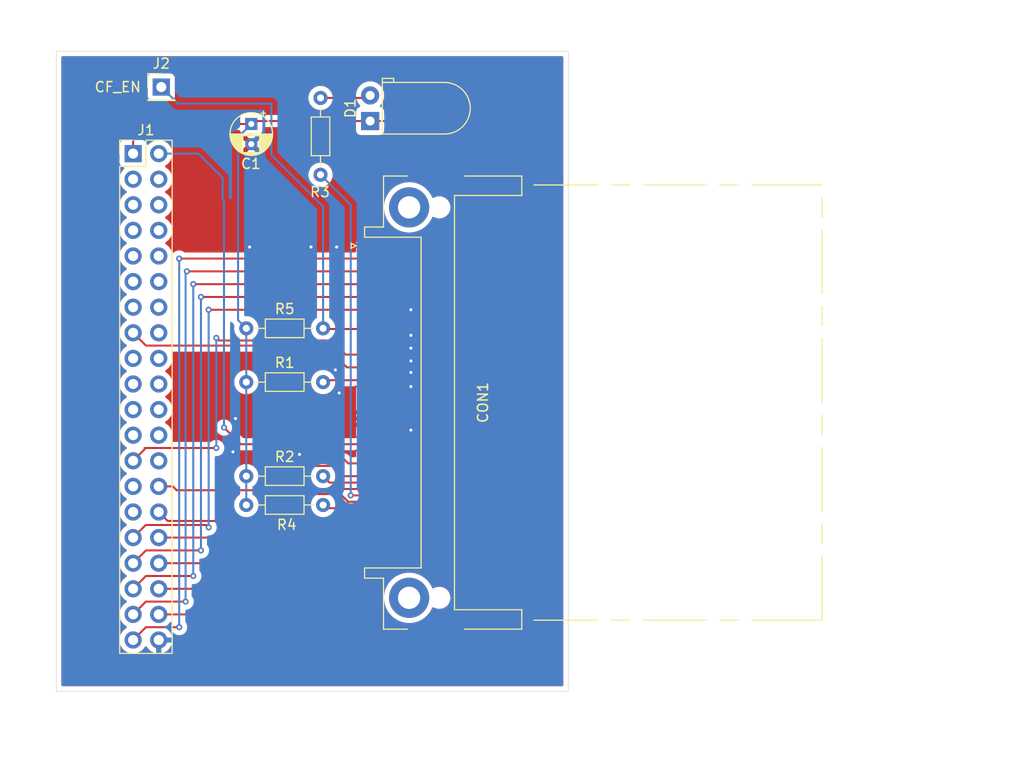
<source format=kicad_pcb>
(kicad_pcb (version 20240108) (generator "pcbnew") (generator_version "8.0")
  (layers (0 "F.Cu" signal) (31 "B.Cu" signal) (34 "B.Paste" user) (35 "F.Paste" user) (36 "B.SilkS" user "B.Silkscreen") (37 "F.SilkS" user "F.Silkscreen") (38 "B.Mask" user) (39 "F.Mask" user) (44 "Edge.Cuts" user))
  (net 0 "")
  (net 1 "VCC")
  (net 2 "GND")
  (net 3 "Net-(D1-A)")
  (net 6 "/D6")
  (net 11 "/A2")
  (net 19 "/D4")
  (net 20 "/~{RD}")
  (net 22 "/~{WR}")
  (net 23 "/A1")
  (net 24 "/D2")
  (net 25 "/~{RST}")
  (net 26 "/D7")
  (net 29 "/D3")
  (net 30 "/D0")
  (net 32 "/D5")
  (net 35 "/E")
  (net 37 "/D1")
  (net 39 "/A0")
  (net 42 "Net-(CON1A-{slash}WE)")
  (net 43 "Net-(CON1A-{slash}REG)")
  (net 44 "Net-(CON1A-{slash}DASP)")
  (net 45 "Net-(CON1A-{slash}PDIAG)")
  (net 46 "/~{CF_EN}")
  (footprint "Resistor_THT:R_Axial_DIN0204_L3.6mm_D1.6mm_P7.62mm_Horizontal" (layer "F.Cu") (at 76.506 90.424)
    (property "Reference" "R2" (at 3.81 -1.92 0) (layer "F.SilkS"))
    (property "Value" "4k7" (hide yes))
    (fp_line (start 0.94 0) (end 1.89 0) (stroke (width 0.12)) (layer "F.SilkS"))
    (fp_line (start 1.89 -0.92) (end 1.89 0.92) (stroke (width 0.12)) (layer "F.SilkS"))
    (fp_line (start 1.89 0.92) (end 5.73 0.92) (stroke (width 0.12)) (layer "F.SilkS"))
    (fp_line (start 5.73 -0.92) (end 1.89 -0.92) (stroke (width 0.12)) (layer "F.SilkS"))
    (fp_line (start 5.73 0.92) (end 5.73 -0.92) (stroke (width 0.12)) (layer "F.SilkS"))
    (fp_line (start 6.68 0) (end 5.73 0) (stroke (width 0.12)) (layer "F.SilkS"))
    (pad "1" thru_hole circle (at 0 0) (size 1.4 1.4) (drill 0.7) (layers "*.Cu" "*.Mask") (net 1 "VCC"))
    (pad "2" thru_hole oval (at 7.62 0) (size 1.4 1.4) (drill 0.7) (layers "*.Cu" "*.Mask") (net 43 "Net-(CON1A-{slash}REG)"))
  )
  (footprint "Resistor_THT:R_Axial_DIN0204_L3.6mm_D1.6mm_P7.62mm_Horizontal" (layer "F.Cu") (at 83.872 52.898 -90)
    (property "Reference" "R3" (at 9.332 0.052 180) (layer "F.SilkS"))
    (property "Value" "4k7" (hide yes))
    (fp_line (start 1.89 0.92) (end 5.73 0.92) (stroke (width 0.12)) (layer "F.SilkS"))
    (fp_line (start 5.73 0.92) (end 5.73 -0.92) (stroke (width 0.12)) (layer "F.SilkS"))
    (fp_line (start 0.94 0) (end 1.89 0) (stroke (width 0.12)) (layer "F.SilkS"))
    (fp_line (start 6.68 0) (end 5.73 0) (stroke (width 0.12)) (layer "F.SilkS"))
    (fp_line (start 1.89 -0.92) (end 1.89 0.92) (stroke (width 0.12)) (layer "F.SilkS"))
    (fp_line (start 5.73 -0.92) (end 1.89 -0.92) (stroke (width 0.12)) (layer "F.SilkS"))
    (pad "1" thru_hole circle (at 0 0 270) (size 1.4 1.4) (drill 0.7) (layers "*.Cu" "*.Mask") (net 3 "Net-(D1-A)"))
    (pad "2" thru_hole oval (at 7.62 0 270) (size 1.4 1.4) (drill 0.7) (layers "*.Cu" "*.Mask") (net 44 "Net-(CON1A-{slash}DASP)"))
  )
  (footprint "Resistor_THT:R_Axial_DIN0204_L3.6mm_D1.6mm_P7.62mm_Horizontal" (layer "F.Cu") (at 76.506 81.092)
    (property "Reference" "R1" (at 3.81 -1.92 0) (layer "F.SilkS"))
    (property "Value" "4k7" (hide yes))
    (fp_line (start 0.94 0) (end 1.89 0) (stroke (width 0.12)) (layer "F.SilkS"))
    (fp_line (start 1.89 -0.92) (end 1.89 0.92) (stroke (width 0.12)) (layer "F.SilkS"))
    (fp_line (start 1.89 0.92) (end 5.73 0.92) (stroke (width 0.12)) (layer "F.SilkS"))
    (fp_line (start 5.73 -0.92) (end 1.89 -0.92) (stroke (width 0.12)) (layer "F.SilkS"))
    (fp_line (start 5.73 0.92) (end 5.73 -0.92) (stroke (width 0.12)) (layer "F.SilkS"))
    (fp_line (start 6.68 0) (end 5.73 0) (stroke (width 0.12)) (layer "F.SilkS"))
    (pad "1" thru_hole circle (at 0 0) (size 1.4 1.4) (drill 0.7) (layers "*.Cu" "*.Mask") (net 1 "VCC"))
    (pad "2" thru_hole oval (at 7.62 0) (size 1.4 1.4) (drill 0.7) (layers "*.Cu" "*.Mask") (net 42 "Net-(CON1A-{slash}WE)"))
  )
  (footprint "LED_THT:LED_D5.0mm_Horizontal_O1.27mm_Z3.0mm_Clear" (layer "F.Cu") (at 88.795 55.189 90)
    (property "Reference" "D1" (at 1.27 -1.96 270) (layer "F.SilkS"))
    (property "Value" "LED")
    (fp_line (start 2.54 1.08) (end 2.54 1.08) (stroke (width 0.12)) (layer "F.SilkS"))
    (fp_line (start 2.54 1.08) (end 2.54 1.21) (stroke (width 0.12)) (layer "F.SilkS"))
    (fp_line (start 0 1.08) (end 0 1.08) (stroke (width 0.12)) (layer "F.SilkS"))
    (fp_line (start 0 1.08) (end 0 1.21) (stroke (width 0.12)) (layer "F.SilkS"))
    (fp_line (start 4.23 1.21) (end 4.23 2.33) (stroke (width 0.12)) (layer "F.SilkS"))
    (fp_line (start 3.83 1.21) (end 4.23 1.21) (stroke (width 0.12)) (layer "F.SilkS"))
    (fp_line (start 3.83 1.21) (end 3.83 7.37) (stroke (width 0.12)) (layer "F.SilkS"))
    (fp_line (start 2.54 1.21) (end 2.54 1.08) (stroke (width 0.12)) (layer "F.SilkS"))
    (fp_line (start 2.54 1.21) (end 2.54 1.21) (stroke (width 0.12)) (layer "F.SilkS"))
    (fp_line (start 0 1.21) (end 0 1.08) (stroke (width 0.12)) (layer "F.SilkS"))
    (fp_line (start 0 1.21) (end 0 1.21) (stroke (width 0.12)) (layer "F.SilkS"))
    (fp_line (start -1.29 1.21) (end 3.83 1.21) (stroke (width 0.12)) (layer "F.SilkS"))
    (fp_line (start -1.29 1.21) (end -1.29 7.37) (stroke (width 0.12)) (layer "F.SilkS"))
    (fp_line (start 4.23 2.33) (end 3.83 2.33) (stroke (width 0.12)) (layer "F.SilkS"))
    (fp_line (start 3.83 2.33) (end 3.83 1.21) (stroke (width 0.12)) (layer "F.SilkS"))
    (fp_arc (start 3.83 7.37) (mid 1.27 9.93) (end -1.29 7.37) (stroke (width 0.12)) (layer "F.SilkS"))
    (pad "1" thru_hole rect (at 0 0 90) (size 1.8 1.8) (drill 0.9) (layers "*.Cu" "*.Mask") (net 1 "VCC"))
    (pad "2" thru_hole circle (at 2.54 0 90) (size 1.8 1.8) (drill 0.9) (layers "*.Cu" "*.Mask") (net 3 "Net-(D1-A)"))
  )
  (footprint "Resistor_THT:R_Axial_DIN0204_L3.6mm_D1.6mm_P7.62mm_Horizontal" (layer "F.Cu") (at 76.506 93.284)
    (property "Reference" "R4" (at 4.012 1.966 0) (layer "F.SilkS"))
    (property "Value" "4k7" (hide yes))
    (fp_line (start 0.94 0) (end 1.89 0) (stroke (width 0.12)) (layer "F.SilkS"))
    (fp_line (start 1.89 -0.92) (end 1.89 0.92) (stroke (width 0.12)) (layer "F.SilkS"))
    (fp_line (start 1.89 0.92) (end 5.73 0.92) (stroke (width 0.12)) (layer "F.SilkS"))
    (fp_line (start 5.73 -0.92) (end 1.89 -0.92) (stroke (width 0.12)) (layer "F.SilkS"))
    (fp_line (start 5.73 0.92) (end 5.73 -0.92) (stroke (width 0.12)) (layer "F.SilkS"))
    (fp_line (start 6.68 0) (end 5.73 0) (stroke (width 0.12)) (layer "F.SilkS"))
    (pad "1" thru_hole circle (at 0 0) (size 1.4 1.4) (drill 0.7) (layers "*.Cu" "*.Mask") (net 1 "VCC"))
    (pad "2" thru_hole oval (at 7.62 0) (size 1.4 1.4) (drill 0.7) (layers "*.Cu" "*.Mask") (net 45 "Net-(CON1A-{slash}PDIAG)"))
  )
  (footprint "Capacitor_THT:CP_Radial_D4.0mm_P2.00mm" (layer "F.Cu") (at 77.002599 55.481399 -90)
    (property "Reference" "C1" (at 3.954601 0.040599 180) (layer "F.SilkS"))
    (property "Value" "C_Polarized" (hide yes))
    (fp_line (start 1.2 0.84) (end 1.2 2.071) (stroke (width 0.12)) (layer "F.SilkS"))
    (fp_line (start 1.24 0.84) (end 1.24 2.067) (stroke (width 0.12)) (layer "F.SilkS"))
    (fp_line (start 1.28 0.84) (end 1.28 2.062) (stroke (width 0.12)) (layer "F.SilkS"))
    (fp_line (start 1.32 0.84) (end 1.32 2.056) (stroke (width 0.12)) (layer "F.SilkS"))
    (fp_line (start 1.36 0.84) (end 1.36 2.05) (stroke (width 0.12)) (layer "F.SilkS"))
    (fp_line (start 1.4 0.84) (end 1.4 2.042) (stroke (width 0.12)) (layer "F.SilkS"))
    (fp_line (start 1.44 0.84) (end 1.44 2.034) (stroke (width 0.12)) (layer "F.SilkS"))
    (fp_line (start 1.48 0.84) (end 1.48 2.025) (stroke (width 0.12)) (layer "F.SilkS"))
    (fp_line (start 1.52 0.84) (end 1.52 2.016) (stroke (width 0.12)) (layer "F.SilkS"))
    (fp_line (start 1.56 0.84) (end 1.56 2.005) (stroke (width 0.12)) (layer "F.SilkS"))
    (fp_line (start 1.6 0.84) (end 1.6 1.994) (stroke (width 0.12)) (layer "F.SilkS"))
    (fp_line (start 1.64 0.84) (end 1.64 1.982) (stroke (width 0.12)) (layer "F.SilkS"))
    (fp_line (start 1.68 0.84) (end 1.68 1.968) (stroke (width 0.12)) (layer "F.SilkS"))
    (fp_line (start 1.721 0.84) (end 1.721 1.954) (stroke (width 0.12)) (layer "F.SilkS"))
    (fp_line (start 1.761 0.84) (end 1.761 1.94) (stroke (width 0.12)) (layer "F.SilkS"))
    (fp_line (start 1.801 0.84) (end 1.801 1.924) (stroke (width 0.12)) (layer "F.SilkS"))
    (fp_line (start 1.841 0.84) (end 1.841 1.907) (stroke (width 0.12)) (layer "F.SilkS"))
    (fp_line (start 1.881 0.84) (end 1.881 1.889) (stroke (width 0.12)) (layer "F.SilkS"))
    (fp_line (start 1.921 0.84) (end 1.921 1.87) (stroke (width 0.12)) (layer "F.SilkS"))
    (fp_line (start 1.961 0.84) (end 1.961 1.851) (stroke (width 0.12)) (layer "F.SilkS"))
    (fp_line (start 2.001 0.84) (end 2.001 1.83) (stroke (width 0.12)) (layer "F.SilkS"))
    (fp_line (start 2.041 0.84) (end 2.041 1.808) (stroke (width 0.12)) (layer "F.SilkS"))
    (fp_line (start 2.081 0.84) (end 2.081 1.785) (stroke (width 0.12)) (layer "F.SilkS"))
    (fp_line (start 2.121 0.84) (end 2.121 1.76) (stroke (width 0.12)) (layer "F.SilkS"))
    (fp_line (start 2.161 0.84) (end 2.161 1.735) (stroke (width 0.12)) (layer "F.SilkS"))
    (fp_line (start 2.201 0.84) (end 2.201 1.708) (stroke (width 0.12)) (layer "F.SilkS"))
    (fp_line (start 2.241 0.84) (end 2.241 1.68) (stroke (width 0.12)) (layer "F.SilkS"))
    (fp_line (start 2.281 0.84) (end 2.281 1.65) (stroke (width 0.12)) (layer "F.SilkS"))
    (fp_line (start 2.321 0.84) (end 2.321 1.619) (stroke (width 0.12)) (layer "F.SilkS"))
    (fp_line (start 2.361 0.84) (end 2.361 1.587) (stroke (width 0.12)) (layer "F.SilkS"))
    (fp_line (start 2.401 0.84) (end 2.401 1.552) (stroke (width 0.12)) (layer "F.SilkS"))
    (fp_line (start 2.441 0.84) (end 2.441 1.516) (stroke (width 0.12)) (layer "F.SilkS"))
    (fp_line (start 2.481 0.84) (end 2.481 1.478) (stroke (width 0.12)) (layer "F.SilkS"))
    (fp_line (start 2.521 0.84) (end 2.521 1.438) (stroke (width 0.12)) (layer "F.SilkS"))
    (fp_line (start 2.561 0.84) (end 2.561 1.396) (stroke (width 0.12)) (layer "F.SilkS"))
    (fp_line (start 2.601 0.84) (end 2.601 1.351) (stroke (width 0.12)) (layer "F.SilkS"))
    (fp_line (start 2.641 0.84) (end 2.641 1.304) (stroke (width 0.12)) (layer "F.SilkS"))
    (fp_line (start 2.681 0.84) (end 2.681 1.254) (stroke (width 0.12)) (layer "F.SilkS"))
    (fp_line (start 2.721 0.84) (end 2.721 1.2) (stroke (width 0.12)) (layer "F.SilkS"))
    (fp_line (start 2.761 0.84) (end 2.761 1.142) (stroke (width 0.12)) (layer "F.SilkS"))
    (fp_line (start 2.801 0.84) (end 2.801 1.08) (stroke (width 0.12)) (layer "F.SilkS"))
    (fp_line (start 3.081 -0.37) (end 3.081 0.37) (stroke (width 0.12)) (layer "F.SilkS"))
    (fp_line (start 3.041 -0.537) (end 3.041 0.537) (stroke (width 0.12)) (layer "F.SilkS"))
    (fp_line (start 3.001 -0.664) (end 3.001 0.664) (stroke (width 0.12)) (layer "F.SilkS"))
    (fp_line (start 2.961 -0.768) (end 2.961 0.768) (stroke (width 0.12)) (layer "F.SilkS"))
    (fp_line (start 2.921 -0.859) (end 2.921 0.859) (stroke (width 0.12)) (layer "F.SilkS"))
    (fp_line (start 2.881 -0.94) (end 2.881 0.94) (stroke (width 0.12)) (layer "F.SilkS"))
    (fp_line (start 2.841 -1.013) (end 2.841 1.013) (stroke (width 0.12)) (layer "F.SilkS"))
    (fp_line (start 2.801 -1.08) (end 2.801 -0.84) (stroke (width 0.12)) (layer "F.SilkS"))
    (fp_line (start 2.761 -1.142) (end 2.761 -0.84) (stroke (width 0.12)) (layer "F.SilkS"))
    (fp_line (start -1.269801 -1.195) (end -0.869801 -1.195) (stroke (width 0.12)) (layer "F.SilkS"))
    (fp_line (start 2.721 -1.2) (end 2.721 -0.84) (stroke (width 0.12)) (layer "F.SilkS"))
    (fp_line (start 2.681 -1.254) (end 2.681 -0.84) (stroke (width 0.12)) (layer "F.SilkS"))
    (fp_line (start 2.641 -1.304) (end 2.641 -0.84) (stroke (width 0.12)) (layer "F.SilkS"))
    (fp_line (start 2.601 -1.351) (end 2.601 -0.84) (stroke (width 0.12)) (layer "F.SilkS"))
    (fp_line (start -1.069801 -1.395) (end -1.069801 -0.995) (stroke (width 0.12)) (layer "F.SilkS"))
    (fp_line (start 2.561 -1.396) (end 2.561 -0.84) (stroke (width 0.12)) (layer "F.SilkS"))
    (fp_line (start 2.521 -1.438) (end 2.521 -0.84) (stroke (width 0.12)) (layer "F.SilkS"))
    (fp_line (start 2.481 -1.478) (end 2.481 -0.84) (stroke (width 0.12)) (layer "F.SilkS"))
    (fp_line (start 2.441 -1.516) (end 2.441 -0.84) (stroke (width 0.12)) (layer "F.SilkS"))
    (fp_line (start 2.401 -1.552) (end 2.401 -0.84) (stroke (width 0.12)) (layer "F.SilkS"))
    (fp_line (start 2.361 -1.587) (end 2.361 -0.84) (stroke (width 0.12)) (layer "F.SilkS"))
    (fp_line (start 2.321 -1.619) (end 2.321 -0.84) (stroke (width 0.12)) (layer "F.SilkS"))
    (fp_line (start 2.281 -1.65) (end 2.281 -0.84) (stroke (width 0.12)) (layer "F.SilkS"))
    (fp_line (start 2.241 -1.68) (end 2.241 -0.84) (stroke (width 0.12)) (layer "F.SilkS"))
    (fp_line (start 2.201 -1.708) (end 2.201 -0.84) (stroke (width 0.12)) (layer "F.SilkS"))
    (fp_line (start 2.161 -1.735) (end 2.161 -0.84) (stroke (width 0.12)) (layer "F.SilkS"))
    (fp_line (start 2.121 -1.76) (end 2.121 -0.84) (stroke (width 0.12)) (layer "F.SilkS"))
    (fp_line (start 2.081 -1.785) (end 2.081 -0.84) (stroke (width 0.12)) (layer "F.SilkS"))
    (fp_line (start 2.041 -1.808) (end 2.041 -0.84) (stroke (width 0.12)) (layer "F.SilkS"))
    (fp_line (start 2.001 -1.83) (end 2.001 -0.84) (stroke (width 0.12)) (layer "F.SilkS"))
    (fp_line (start 1.961 -1.851) (end 1.961 -0.84) (stroke (width 0.12)) (layer "F.SilkS"))
    (fp_line (start 1.921 -1.87) (end 1.921 -0.84) (stroke (width 0.12)) (layer "F.SilkS"))
    (fp_line (start 1.881 -1.889) (end 1.881 -0.84) (stroke (width 0.12)) (layer "F.SilkS"))
    (fp_line (start 1.841 -1.907) (end 1.841 -0.84) (stroke (width 0.12)) (layer "F.SilkS"))
    (fp_line (start 1.801 -1.924) (end 1.801 -0.84) (stroke (width 0.12)) (layer "F.SilkS"))
    (fp_line (start 1.761 -1.94) (end 1.761 -0.84) (stroke (width 0.12)) (layer "F.SilkS"))
    (fp_line (start 1.721 -1.954) (end 1.721 -0.84) (stroke (width 0.12)) (layer "F.SilkS"))
    (fp_line (start 1.68 -1.968) (end 1.68 -0.84) (stroke (width 0.12)) (layer "F.SilkS"))
    (fp_line (start 1.64 -1.982) (end 1.64 -0.84) (stroke (width 0.12)) (layer "F.SilkS"))
    (fp_line (start 1.6 -1.994) (end 1.6 -0.84) (stroke (width 0.12)) (layer "F.SilkS"))
    (fp_line (start 1.56 -2.005) (end 1.56 -0.84) (stroke (width 0.12)) (layer "F.SilkS"))
    (fp_line (start 1.52 -2.016) (end 1.52 -0.84) (stroke (width 0.12)) (layer "F.SilkS"))
    (fp_line (start 1.48 -2.025) (end 1.48 -0.84) (stroke (width 0.12)) (layer "F.SilkS"))
    (fp_line (start 1.44 -2.034) (end 1.44 -0.84) (stroke (width 0.12)) (layer "F.SilkS"))
    (fp_line (start 1.4 -2.042) (end 1.4 -0.84) (stroke (width 0.12)) (layer "F.SilkS"))
    (fp_line (start 1.36 -2.05) (end 1.36 -0.84) (stroke (width 0.12)) (layer "F.SilkS"))
    (fp_line (start 1.32 -2.056) (end 1.32 -0.84) (stroke (width 0.12)) (layer "F.SilkS"))
    (fp_line (start 1.28 -2.062) (end 1.28 -0.84) (stroke (width 0.12)) (layer "F.SilkS"))
    (fp_line (start 1.24 -2.067) (end 1.24 -0.84) (stroke (width 0.12)) (layer "F.SilkS"))
    (fp_line (start 1.2 -2.071) (end 1.2 -0.84) (stroke (width 0.12)) (layer "F.SilkS"))
    (fp_line (start 1.16 -2.074) (end 1.16 2.074) (stroke (width 0.12)) (layer "F.SilkS"))
    (fp_line (start 1.12 -2.077) (end 1.12 2.077) (stroke (width 0.12)) (layer "F.SilkS"))
    (fp_line (start 1.08 -2.079) (end 1.08 2.079) (stroke (width 0.12)) (layer "F.SilkS"))
    (fp_line (start 1 -2.08) (end 1 2.08) (stroke (width 0.12)) (layer "F.SilkS"))
    (fp_line (start 1.04 -2.08) (end 1.04 2.08) (stroke (width 0.12)) (layer "F.SilkS"))
    (fp_circle (center 1 0) (end 3.12 0) (stroke (width 0.12)) (fill none) (layer "F.SilkS"))
    (pad "1" thru_hole rect (at 0 0 270) (size 1.2 1.2) (drill 0.6) (layers "*.Cu" "*.Mask") (net 1 "VCC"))
    (pad "2" thru_hole circle (at 2 0 270) (size 1.2 1.2) (drill 0.6) (layers "*.Cu" "*.Mask") (net 2 "GND"))
  )
  (footprint "kicad-lib:CF-Card_3M_N7E50-7516PK-20-WF" (layer "F.Cu") (at 92.762 83.124)
    (property "Reference" "CON1" (at 7.22 0 90) (layer "F.SilkS"))
    (property "Value" "CF-CARD")
    (fp_line (start -5.85 -15.81) (end -5.85 -15.31) (stroke (width 0.12)) (layer "F.SilkS"))
    (fp_line (start -5.85 -15.31) (end -5.35 -15.56) (stroke (width 0.12)) (layer "F.SilkS"))
    (fp_line (start -5.35 -15.56) (end -5.85 -15.81) (stroke (width 0.12)) (layer "F.SilkS"))
    (fp_line (start -4.52 -17.42) (end -2.64 -17.42) (stroke (width 0.12)) (layer "F.SilkS"))
    (fp_line (start -4.52 -16.41) (end -4.52 -17.42) (stroke (width 0.12)) (layer "F.SilkS"))
    (fp_line (start -4.52 16.41) (end 1.09 16.41) (stroke (width 0.12)) (layer "F.SilkS"))
    (fp_line (start -4.52 17.42) (end -4.52 16.41) (stroke (width 0.12)) (layer "F.SilkS"))
    (fp_line (start -2.64 -22.48) (end -0.28 -22.48) (stroke (width 0.12)) (layer "F.SilkS"))
    (fp_line (start -2.64 -17.42) (end -2.64 -22.48) (stroke (width 0.12)) (layer "F.SilkS"))
    (fp_line (start -2.64 17.42) (end -4.52 17.42) (stroke (width 0.12)) (layer "F.SilkS"))
    (fp_line (start -2.64 22.48) (end -2.64 17.42) (stroke (width 0.12)) (layer "F.SilkS"))
    (fp_line (start -0.28 22.48) (end -2.64 22.48) (stroke (width 0.12)) (layer "F.SilkS"))
    (fp_line (start 1.09 -16.41) (end -4.52 -16.41) (stroke (width 0.12)) (layer "F.SilkS"))
    (fp_line (start 1.09 16.41) (end 1.09 -16.41) (stroke (width 0.12)) (layer "F.SilkS"))
    (fp_line (start 4.4 -20.55) (end 11.08 -20.55) (stroke (width 0.12)) (layer "F.SilkS"))
    (fp_line (start 4.4 20.55) (end 4.4 -20.55) (stroke (width 0.12)) (layer "F.SilkS"))
    (fp_line (start 5.41 22.48) (end 11.08 22.48) (stroke (width 0.12)) (layer "F.SilkS"))
    (fp_line (start 11.08 -22.48) (end 5.41 -22.48) (stroke (width 0.12)) (layer "F.SilkS"))
    (fp_line (start 11.08 -20.55) (end 11.08 -22.48) (stroke (width 0.12)) (layer "F.SilkS"))
    (fp_line (start 11.08 20.55) (end 4.4 20.55) (stroke (width 0.12)) (layer "F.SilkS"))
    (fp_line (start 11.08 22.48) (end 11.08 20.55) (stroke (width 0.12)) (layer "F.SilkS"))
    (fp_line (start 12.3 -21.59) (end 18.65 -21.59) (stroke (width 0.12)) (layer "F.SilkS"))
    (fp_line (start 12.3 21.59) (end 18.65 21.59) (stroke (width 0.12)) (layer "F.SilkS"))
    (fp_line (start 19.92 -21.59) (end 21.82 -21.59) (stroke (width 0.12)) (layer "F.SilkS"))
    (fp_line (start 19.92 21.59) (end 21.82 21.59) (stroke (width 0.12)) (layer "F.SilkS"))
    (fp_line (start 23.09 -21.59) (end 29.44 -21.59) (stroke (width 0.12)) (layer "F.SilkS"))
    (fp_line (start 23.09 21.59) (end 29.44 21.59) (stroke (width 0.12)) (layer "F.SilkS"))
    (fp_line (start 30.71 -21.59) (end 32.62 -21.59) (stroke (width 0.12)) (layer "F.SilkS"))
    (fp_line (start 30.71 21.59) (end 32.62 21.59) (stroke (width 0.12)) (layer "F.SilkS"))
    (fp_line (start 33.89 -21.59) (end 40.87 -21.59) (stroke (width 0.12)) (layer "F.SilkS"))
    (fp_line (start 33.89 21.59) (end 40.87 21.59) (stroke (width 0.12)) (layer "F.SilkS"))
    (fp_line (start 40.87 -18.41) (end 40.87 -20.32) (stroke (width 0.12)) (layer "F.SilkS"))
    (fp_line (start 40.87 -10.79) (end 40.87 -17.14) (stroke (width 0.12)) (layer "F.SilkS"))
    (fp_line (start 40.87 -7.62) (end 40.87 -9.53) (stroke (width 0.12)) (layer "F.SilkS"))
    (fp_line (start 40.87 0) (end 40.87 -6.35) (stroke (width 0.12)) (layer "F.SilkS"))
    (fp_line (start 40.87 3.17) (end 40.87 1.27) (stroke (width 0.12)) (layer "F.SilkS"))
    (fp_line (start 40.87 10.79) (end 40.87 4.45) (stroke (width 0.12)) (layer "F.SilkS"))
    (fp_line (start 40.87 13.97) (end 40.87 12.06) (stroke (width 0.12)) (layer "F.SilkS"))
    (fp_line (start 40.87 21.59) (end 40.87 15.24) (stroke (width 0.12)) (layer "F.SilkS"))
    (pad "" thru_hole circle (at -0.1 -19.37 90) (size 3.99 3.99) (drill 2.21) (layers "*.Cu" "*.Mask"))
    (pad "" thru_hole circle (at -0.1 19.37 90) (size 3.99 3.99) (drill 2.21) (layers "*.Cu" "*.Mask"))
    (pad "" smd rect (at 2.57 -23.34 90) (size 2.49 4.57) (layers "F.Cu" "F.Paste" "F.Mask"))
    (pad "" smd rect (at 2.57 23.34 90) (size 2.49 4.57) (layers "F.Cu" "F.Paste" "F.Mask"))
    (pad "" np_thru_hole circle (at 2.9 -19.37 90) (size 1.7 1.7) (drill 1.7) (layers "*.Cu" "*.Mask"))
    (pad "" np_thru_hole circle (at 2.9 19.37 90) (size 1.7 1.7) (drill 1.7) (layers "*.Cu" "*.Mask"))
    (pad "1" smd rect (at -3.1 -15.56 90) (size 0.41 3.51) (layers "F.Cu" "F.Paste" "F.Mask") (net 2 "GND"))
    (pad "2" smd rect (at -3.1 -14.29 90) (size 0.41 3.51) (layers "F.Cu" "F.Paste" "F.Mask") (net 29 "/D3"))
    (pad "3" smd rect (at -3.1 -13.02 90) (size 0.41 3.51) (layers "F.Cu" "F.Paste" "F.Mask") (net 19 "/D4"))
    (pad "4" smd rect (at -3.1 -11.75 90) (size 0.41 3.51) (layers "F.Cu" "F.Paste" "F.Mask") (net 32 "/D5"))
    (pad "5" smd rect (at -3.1 -10.48 90) (size 0.41 3.51) (layers "F.Cu" "F.Paste" "F.Mask") (net 6 "/D6"))
    (pad "6" smd rect (at -3.1 -9.21 90) (size 0.41 3.51) (layers "F.Cu" "F.Paste" "F.Mask") (net 26 "/D7"))
    (pad "7" smd rect (at -3.1 -7.94 90) (size 0.41 3.51) (layers "F.Cu" "F.Paste" "F.Mask") (net 1 "VCC"))
    (pad "8" smd rect (at -3.1 -6.67 90) (size 0.41 3.51) (layers "F.Cu" "F.Paste" "F.Mask") (net 2 "GND"))
    (pad "9" smd rect (at -3.1 -5.4 90) (size 0.41 3.51) (layers "F.Cu" "F.Paste" "F.Mask") (net 2 "GND"))
    (pad "10" smd rect (at -3.1 -4.13 90) (size 0.41 3.51) (layers "F.Cu" "F.Paste" "F.Mask") (net 2 "GND"))
    (pad "11" smd rect (at -3.1 -2.86 90) (size 0.41 3.51) (layers "F.Cu" "F.Paste" "F.Mask") (net 2 "GND"))
    (pad "12" smd rect (at -3.1 -1.59 90) (size 0.41 3.51) (layers "F.Cu" "F.Paste" "F.Mask") (net 2 "GND"))
    (pad "13" smd rect (at -3.1 -0.32 90) (size 0.41 3.51) (layers "F.Cu" "F.Paste" "F.Mask") (net 1 "VCC"))
    (pad "14" smd rect (at -3.1 0.95 90) (size 0.41 3.51) (layers "F.Cu" "F.Paste" "F.Mask") (net 2 "GND"))
    (pad "15" smd rect (at -3.1 2.22 90) (size 0.41 3.51) (layers "F.Cu" "F.Paste" "F.Mask") (net 2 "GND"))
    (pad "16" smd rect (at -3.1 3.49 90) (size 0.41 3.51) (layers "F.Cu" "F.Paste" "F.Mask") (net 2 "GND"))
    (pad "17" smd rect (at -3.1 4.76 90) (size 0.41 3.51) (layers "F.Cu" "F.Paste" "F.Mask") (net 2 "GND"))
    (pad "18" smd rect (at -3.1 6.03 90) (size 0.41 3.51) (layers "F.Cu" "F.Paste" "F.Mask") (net 11 "/A2"))
    (pad "19" smd rect (at -3.1 7.3 90) (size 0.41 3.51) (layers "F.Cu" "F.Paste" "F.Mask") (net 23 "/A1"))
    (pad "20" smd rect (at -3.1 8.57 90) (size 0.41 3.51) (layers "F.Cu" "F.Paste" "F.Mask") (net 39 "/A0"))
    (pad "21" smd rect (at -3.1 9.84 90) (size 0.41 3.51) (layers "F.Cu" "F.Paste" "F.Mask") (net 30 "/D0"))
    (pad "22" smd rect (at -3.1 11.11 90) (size 0.41 3.51) (layers "F.Cu" "F.Paste" "F.Mask") (net 37 "/D1"))
    (pad "23" smd rect (at -3.1 12.38 90) (size 0.41 3.51) (layers "F.Cu" "F.Paste" "F.Mask") (net 24 "/D2"))
    (pad "24" smd rect (at -3.1 13.65 90) (size 0.41 3.51) (layers "F.Cu" "F.Paste" "F.Mask"))
    (pad "25" smd rect (at -3.1 14.92 90) (size 0.41 3.51) (layers "F.Cu" "F.Paste" "F.Mask"))
    (pad "26" smd rect (at -3.1 -14.92 90) (size 0.41 3.51) (layers "F.Cu" "F.Paste" "F.Mask"))
    (pad "27" smd rect (at -3.1 -13.65 90) (size 0.41 3.51) (layers "F.Cu" "F.Paste" "F.Mask"))
    (pad "28" smd rect (at -3.1 -12.38 90) (size 0.41 3.51) (layers "F.Cu" "F.Paste" "F.Mask"))
    (pad "29" smd rect (at -3.1 -11.11 90) (size 0.41 3.51) (layers "F.Cu" "F.Paste" "F.Mask"))
    (pad "30" smd rect (at -3.1 -9.84 90) (size 0.41 3.51) (layers "F.Cu" "F.Paste" "F.Mask"))
    (pad "31" smd rect (at -3.1 -8.57 90) (size 0.41 3.51) (layers "F.Cu" "F.Paste" "F.Mask"))
    (pad "32" smd rect (at -3.1 -7.3 90) (size 0.41 3.51) (layers "F.Cu" "F.Paste" "F.Mask") (net 46 "/~{CF_EN}"))
    (pad "33" smd rect (at -3.1 -6.03 90) (size 0.41 3.51) (layers "F.Cu" "F.Paste" "F.Mask"))
    (pad "34" smd rect (at -3.1 -4.76 90) (size 0.41 3.51) (layers "F.Cu" "F.Paste" "F.Mask") (net 20 "/~{RD}"))
    (pad "35" smd rect (at -3.1 -3.49 90) (size 0.41 3.51) (layers "F.Cu" "F.Paste" "F.Mask") (net 22 "/~{WR}"))
    (pad "36" smd rect (at -3.1 -2.22 90) (size 0.41 3.51) (layers "F.Cu" "F.Paste" "F.Mask") (net 42 "Net-(CON1A-{slash}WE)"))
    (pad "37" smd rect (at -3.1 -0.95 90) (size 0.41 3.51) (layers "F.Cu" "F.Paste" "F.Mask"))
    (pad "38" smd rect (at -3.1 0.32 90) (size 0.41 3.51) (layers "F.Cu" "F.Paste" "F.Mask") (net 1 "VCC"))
    (pad "39" smd rect (at -3.1 1.59 90) (size 0.41 3.51) (layers "F.Cu" "F.Paste" "F.Mask") (net 2 "GND"))
    (pad "40" smd rect (at -3.1 2.86 90) (size 0.41 3.51) (layers "F.Cu" "F.Paste" "F.Mask"))
    (pad "41" smd rect (at -3.1 4.13 90) (size 0.41 3.51) (layers "F.Cu" "F.Paste" "F.Mask") (net 25 "/~{RST}"))
    (pad "42" smd rect (at -3.1 5.4 90) (size 0.41 3.51) (layers "F.Cu" "F.Paste" "F.Mask"))
    (pad "43" smd rect (at -3.1 6.67 90) (size 0.41 3.51) (layers "F.Cu" "F.Paste" "F.Mask"))
    (pad "44" smd rect (at -3.1 7.94 90) (size 0.41 3.51) (layers "F.Cu" "F.Paste" "F.Mask") (net 43 "Net-(CON1A-{slash}REG)"))
    (pad "45" smd rect (at -3.1 9.21 90) (size 0.41 3.51) (layers "F.Cu" "F.Paste" "F.Mask") (net 44 "Net-(CON1A-{slash}DASP)"))
    (pad "46" smd rect (at -3.1 10.48 90) (size 0.41 3.51) (layers "F.Cu" "F.Paste" "F.Mask") (net 45 "Net-(CON1A-{slash}PDIAG)"))
    (pad "47" smd rect (at -3.1 11.75 90) (size 0.41 3.51) (layers "F.Cu" "F.Paste" "F.Mask"))
    (pad "48" smd rect (at -3.1 13.02 90) (size 0.41 3.51) (layers "F.Cu" "F.Paste" "F.Mask"))
    (pad "49" smd rect (at -3.1 14.29 90) (size 0.41 3.51) (layers "F.Cu" "F.Paste" "F.Mask"))
    (pad "50" smd rect (at -3.1 15.56 90) (size 0.41 3.51) (layers "F.Cu" "F.Paste" "F.Mask") (net 2 "GND"))
  )
  (footprint "Connector_PinHeader_2.54mm:PinHeader_1x01_P2.54mm_Vertical" (layer "F.Cu") (at 68.072 51.816)
    (property "Reference" "J2" (at 0 -2.33 0) (layer "F.SilkS"))
    (property "Value" "CF_EN" (at -4.318 0 0) (layer "F.SilkS"))
    (fp_line (start -1.33 -1.33) (end 0 -1.33) (stroke (width 0.12)) (layer "F.SilkS"))
    (fp_line (start -1.33 0) (end -1.33 -1.33) (stroke (width 0.12)) (layer "F.SilkS"))
    (fp_line (start -1.33 1.27) (end -1.33 1.33) (stroke (width 0.12)) (layer "F.SilkS"))
    (fp_line (start -1.33 1.27) (end 1.33 1.27) (stroke (width 0.12)) (layer "F.SilkS"))
    (fp_line (start -1.33 1.33) (end 1.33 1.33) (stroke (width 0.12)) (layer "F.SilkS"))
    (fp_line (start 1.33 1.27) (end 1.33 1.33) (stroke (width 0.12)) (layer "F.SilkS"))
    (pad "1" thru_hole rect (at 0 0) (size 1.7 1.7) (drill 1) (layers "*.Cu" "*.Mask") (net 46 "/~{CF_EN}"))
  )
  (footprint "Connector_PinHeader_2.54mm:PinHeader_2x20_P2.54mm_Vertical" (layer "F.Cu") (at 65.278 58.42)
    (property "Reference" "J1" (at 1.27 -2.33 0) (layer "F.SilkS"))
    (property "Value" "VideoExpansion")
    (fp_line (start -1.33 -1.33) (end 0 -1.33) (stroke (width 0.12)) (layer "F.SilkS"))
    (fp_line (start -1.33 0) (end -1.33 -1.33) (stroke (width 0.12)) (layer "F.SilkS"))
    (fp_line (start -1.33 1.27) (end -1.33 49.59) (stroke (width 0.12)) (layer "F.SilkS"))
    (fp_line (start -1.33 1.27) (end 1.27 1.27) (stroke (width 0.12)) (layer "F.SilkS"))
    (fp_line (start -1.33 49.59) (end 3.87 49.59) (stroke (width 0.12)) (layer "F.SilkS"))
    (fp_line (start 1.27 -1.33) (end 3.87 -1.33) (stroke (width 0.12)) (layer "F.SilkS"))
    (fp_line (start 1.27 1.27) (end 1.27 -1.33) (stroke (width 0.12)) (layer "F.SilkS"))
    (fp_line (start 3.87 -1.33) (end 3.87 49.59) (stroke (width 0.12)) (layer "F.SilkS"))
    (pad "1" thru_hole rect (at 0 0) (size 1.7 1.7) (drill 1) (layers "*.Cu" "*.Mask") (net 1 "VCC"))
    (pad "2" thru_hole oval (at 2.54 0) (size 1.7 1.7) (drill 1) (layers "*.Cu" "*.Mask") (net 25 "/~{RST}"))
    (pad "3" thru_hole oval (at 0 2.54) (size 1.7 1.7) (drill 1) (layers "*.Cu" "*.Mask"))
    (pad "4" thru_hole oval (at 2.54 2.54) (size 1.7 1.7) (drill 1) (layers "*.Cu" "*.Mask"))
    (pad "5" thru_hole oval (at 0 5.08) (size 1.7 1.7) (drill 1) (layers "*.Cu" "*.Mask") (net 35 "/E"))
    (pad "6" thru_hole oval (at 2.54 5.08) (size 1.7 1.7) (drill 1) (layers "*.Cu" "*.Mask"))
    (pad "7" thru_hole oval (at 0 7.62) (size 1.7 1.7) (drill 1) (layers "*.Cu" "*.Mask"))
    (pad "8" thru_hole oval (at 2.54 7.62) (size 1.7 1.7) (drill 1) (layers "*.Cu" "*.Mask"))
    (pad "9" thru_hole oval (at 0 10.16) (size 1.7 1.7) (drill 1) (layers "*.Cu" "*.Mask"))
    (pad "10" thru_hole oval (at 2.54 10.16) (size 1.7 1.7) (drill 1) (layers "*.Cu" "*.Mask"))
    (pad "11" thru_hole oval (at 0 12.7) (size 1.7 1.7) (drill 1) (layers "*.Cu" "*.Mask"))
    (pad "12" thru_hole oval (at 2.54 12.7) (size 1.7 1.7) (drill 1) (layers "*.Cu" "*.Mask"))
    (pad "13" thru_hole oval (at 0 15.24) (size 1.7 1.7) (drill 1) (layers "*.Cu" "*.Mask"))
    (pad "14" thru_hole oval (at 2.54 15.24) (size 1.7 1.7) (drill 1) (layers "*.Cu" "*.Mask"))
    (pad "15" thru_hole oval (at 0 17.78) (size 1.7 1.7) (drill 1) (layers "*.Cu" "*.Mask") (net 22 "/~{WR}"))
    (pad "16" thru_hole oval (at 2.54 17.78) (size 1.7 1.7) (drill 1) (layers "*.Cu" "*.Mask"))
    (pad "17" thru_hole oval (at 0 20.32) (size 1.7 1.7) (drill 1) (layers "*.Cu" "*.Mask"))
    (pad "18" thru_hole oval (at 2.54 20.32) (size 1.7 1.7) (drill 1) (layers "*.Cu" "*.Mask"))
    (pad "19" thru_hole oval (at 0 22.86) (size 1.7 1.7) (drill 1) (layers "*.Cu" "*.Mask"))
    (pad "20" thru_hole oval (at 2.54 22.86) (size 1.7 1.7) (drill 1) (layers "*.Cu" "*.Mask"))
    (pad "21" thru_hole oval (at 0 25.4) (size 1.7 1.7) (drill 1) (layers "*.Cu" "*.Mask"))
    (pad "22" thru_hole oval (at 2.54 25.4) (size 1.7 1.7) (drill 1) (layers "*.Cu" "*.Mask"))
    (pad "23" thru_hole oval (at 0 27.94) (size 1.7 1.7) (drill 1) (layers "*.Cu" "*.Mask"))
    (pad "24" thru_hole oval (at 2.54 27.94) (size 1.7 1.7) (drill 1) (layers "*.Cu" "*.Mask"))
    (pad "25" thru_hole oval (at 0 30.48) (size 1.7 1.7) (drill 1) (layers "*.Cu" "*.Mask") (net 20 "/~{RD}"))
    (pad "26" thru_hole oval (at 2.54 30.48) (size 1.7 1.7) (drill 1) (layers "*.Cu" "*.Mask"))
    (pad "27" thru_hole oval (at 0 33.02) (size 1.7 1.7) (drill 1) (layers "*.Cu" "*.Mask"))
    (pad "28" thru_hole oval (at 2.54 33.02) (size 1.7 1.7) (drill 1) (layers "*.Cu" "*.Mask") (net 11 "/A2"))
    (pad "29" thru_hole oval (at 0 35.56) (size 1.7 1.7) (drill 1) (layers "*.Cu" "*.Mask"))
    (pad "30" thru_hole oval (at 2.54 35.56) (size 1.7 1.7) (drill 1) (layers "*.Cu" "*.Mask") (net 23 "/A1"))
    (pad "31" thru_hole oval (at 0 38.1) (size 1.7 1.7) (drill 1) (layers "*.Cu" "*.Mask") (net 26 "/D7"))
    (pad "32" thru_hole oval (at 2.54 38.1) (size 1.7 1.7) (drill 1) (layers "*.Cu" "*.Mask") (net 39 "/A0"))
    (pad "33" thru_hole oval (at 0 40.64) (size 1.7 1.7) (drill 1) (layers "*.Cu" "*.Mask") (net 6 "/D6"))
    (pad "34" thru_hole oval (at 2.54 40.64) (size 1.7 1.7) (drill 1) (layers "*.Cu" "*.Mask") (net 30 "/D0"))
    (pad "35" thru_hole oval (at 0 43.18) (size 1.7 1.7) (drill 1) (layers "*.Cu" "*.Mask") (net 32 "/D5"))
    (pad "36" thru_hole oval (at 2.54 43.18) (size 1.7 1.7) (drill 1) (layers "*.Cu" "*.Mask") (net 37 "/D1"))
    (pad "37" thru_hole oval (at 0 45.72) (size 1.7 1.7) (drill 1) (layers "*.Cu" "*.Mask") (net 19 "/D4"))
    (pad "38" thru_hole oval (at 2.54 45.72) (size 1.7 1.7) (drill 1) (layers "*.Cu" "*.Mask") (net 24 "/D2"))
    (pad "39" thru_hole oval (at 0 48.26) (size 1.7 1.7) (drill 1) (layers "*.Cu" "*.Mask") (net 29 "/D3"))
    (pad "40" thru_hole oval (at 2.54 48.26) (size 1.7 1.7) (drill 1) (layers "*.Cu" "*.Mask") (net 2 "GND"))
  )
  (footprint "Resistor_THT:R_Axial_DIN0204_L3.6mm_D1.6mm_P7.62mm_Horizontal" (layer "F.Cu") (at 76.506 75.758)
    (property "Reference" "R5" (at 3.81 -1.92 0) (layer "F.SilkS"))
    (property "Value" "4k7" (hide yes))
    (fp_line (start 0.94 0) (end 1.89 0) (stroke (width 0.12)) (layer "F.SilkS"))
    (fp_line (start 1.89 -0.92) (end 1.89 0.92) (stroke (width 0.12)) (layer "F.SilkS"))
    (fp_line (start 1.89 0.92) (end 5.73 0.92) (stroke (width 0.12)) (layer "F.SilkS"))
    (fp_line (start 5.73 -0.92) (end 1.89 -0.92) (stroke (width 0.12)) (layer "F.SilkS"))
    (fp_line (start 5.73 0.92) (end 5.73 -0.92) (stroke (width 0.12)) (layer "F.SilkS"))
    (fp_line (start 6.68 0) (end 5.73 0) (stroke (width 0.12)) (layer "F.SilkS"))
    (pad "1" thru_hole circle (at 0 0) (size 1.4 1.4) (drill 0.7) (layers "*.Cu" "*.Mask") (net 1 "VCC"))
    (pad "2" thru_hole oval (at 7.62 0) (size 1.4 1.4) (drill 0.7) (layers "*.Cu" "*.Mask") (net 46 "/~{CF_EN}"))
  )
  (gr_line (start 61.468 48.26) (end 108.458 48.26) (stroke (width 0.05)) (layer "Edge.Cuts"))
  (gr_line (start 108.458 111.76) (end 57.658 111.76) (stroke (width 0.05)) (layer "Edge.Cuts"))
  (gr_line (start 57.658 48.26) (end 61.468 48.26) (stroke (width 0.05)) (layer "Edge.Cuts"))
  (gr_line (start 108.458 48.26) (end 108.458 111.76) (stroke (width 0.05)) (layer "Edge.Cuts"))
  (gr_line (start 57.658 111.76) (end 57.658 48.26) (stroke (width 0.05)) (layer "Edge.Cuts"))
  (segment (start 100.33 75.184) (end 100.33 82.677) (width 0.2) (layer "F.Cu") (net 1))
  (segment (start 89.662 75.184) (end 100.33 75.184) (width 0.2) (layer "F.Cu") (net 1))
  (segment (start 88.795 55.189) (end 97.353 55.189) (width 0.2) (layer "F.Cu") (net 1))
  (segment (start 88.795 55.189) (end 77.294998 55.189) (width 0.2) (layer "F.Cu") (net 1))
  (segment (start 100.33 82.677) (end 100.457 82.804) (width 0.2) (layer "F.Cu") (net 1))
  (segment (start 100.457 82.804) (end 89.662 82.804) (width 0.2) (layer "F.Cu") (net 1))
  (segment (start 77.002599 55.481399) (end 66.565601 55.481399) (width 0.2) (layer "F.Cu") (net 1))
  (segment (start 100.33 58.166) (end 100.33 75.184) (width 0.2) (layer "F.Cu") (net 1))
  (segment (start 97.353 55.189) (end 100.33 58.166) (width 0.2) (layer "F.Cu") (net 1))
  (segment (start 77.294998 55.189) (end 77.002599 55.481399) (width 0.2) (layer "F.Cu") (net 1))
  (segment (start 65.278 56.769) (end 65.278 58.42) (width 0.2) (layer "F.Cu") (net 1))
  (segment (start 89.662 83.444) (end 89.662 82.804) (width 0.2) (layer "F.Cu") (net 1))
  (segment (start 66.565601 55.481399) (end 65.278 56.769) (width 0.2) (layer "F.Cu") (net 1))
  (segment (start 76.506 90.424) (end 76.506 81.092) (width 0.2) (layer "B.Cu") (net 1))
  (segment (start 75.692 56.642) (end 75.841998 56.642) (width 0.2) (layer "B.Cu") (net 1))
  (segment (start 76.506 93.284) (end 76.506 90.424) (width 0.2) (layer "B.Cu") (net 1))
  (segment (start 76.506 81.092) (end 76.506 75.758) (width 0.2) (layer "B.Cu") (net 1))
  (segment (start 76.506 75.758) (end 75.692 74.944) (width 0.2) (layer "B.Cu") (net 1))
  (segment (start 75.692 74.944) (end 75.692 56.642) (width 0.2) (layer "B.Cu") (net 1))
  (segment (start 75.841998 56.642) (end 77.002599 55.481399) (width 0.2) (layer "B.Cu") (net 1))
  (segment (start 87.376 87.884) (end 87.122 88.138) (width 0.2) (layer "F.Cu") (net 2))
  (segment (start 89.662 86.614) (end 92.329 86.614) (width 0.2) (layer "F.Cu") (net 2))
  (segment (start 89.662 98.684) (end 92.197 98.684) (width 0.2) (layer "F.Cu") (net 2))
  (segment (start 89.662 84.074) (end 86.868 84.074) (width 0.2) (layer "F.Cu") (net 2))
  (segment (start 89.662 67.564) (end 92.202 67.564) (width 0.2) (layer "F.Cu") (net 2))
  (segment (start 89.662 81.534) (end 91.948 81.534) (width 0.2) (layer "F.Cu") (net 2))
  (segment (start 92.197 98.684) (end 92.202 98.679) (width 0.2) (layer "F.Cu") (net 2))
  (segment (start 89.662 85.344) (end 92.202 85.344) (width 0.2) (layer "F.Cu") (net 2))
  (segment (start 89.662 81.534) (end 87.376 81.534) (width 0.2) (layer "F.Cu") (net 2))
  (segment (start 89.662 98.684) (end 87.127 98.684) (width 0.2) (layer "F.Cu") (net 2))
  (segment (start 89.662 78.994) (end 92.329 78.994) (width 0.2) (layer "F.Cu") (net 2))
  (segment (start 89.662 77.724) (end 92.837 77.724) (width 0.2) (layer "F.Cu") (net 2))
  (segment (start 89.662 87.884) (end 92.329 87.884) (width 0.2) (layer "F.Cu") (net 2))
  (segment (start 89.662 80.264) (end 91.948 80.264) (width 0.2) (layer "F.Cu") (net 2))
  (segment (start 89.662 76.454) (end 92.202 76.454) (width 0.2) (layer "F.Cu") (net 2))
  (segment (start 89.662 84.074) (end 92.456 84.074) (width 0.2) (layer "F.Cu") (net 2))
  (segment (start 89.662 85.344) (end 86.868 85.344) (width 0.2) (layer "F.Cu") (net 2))
  (segment (start 87.122 98.679) (end 87.127 98.684) (width 0.2) (layer "F.Cu") (net 2))
  (segment (start 92.837 77.724) (end 92.456 77.724) (width 0.2) (layer "F.Cu") (net 2))
  (segment (start 89.662 87.884) (end 87.376 87.884) (width 0.2) (layer "F.Cu") (net 2))
  (segment (start 87.376 81.534) (end 86.741 82.169) (width 0.2) (layer "F.Cu") (net 2))
  (segment (start 89.662 67.564) (end 87.503 67.564) (width 0.2) (layer "F.Cu") (net 2))
  (via (at 75.184 88.011) (size 0.6) (drill 0.3) (layers "F.Cu" "B.Cu") (net 2))
  (via (at 75.438 84.709) (size 0.6) (drill 0.3) (layers "F.Cu" "B.Cu") (net 2))
  (via (at 85.725 82.169) (size 0.6) (drill 0.3) (layers "F.Cu" "B.Cu") (net 2))
  (via (at 92.837 81.534) (size 0.6) (drill 0.3) (layers "F.Cu" "B.Cu") (net 2))
  (via (at 76.835 67.691) (size 0.6) (drill 0.3) (layers "F.Cu" "B.Cu") (net 2))
  (via (at 92.837 85.852) (size 0.6) (drill 0.3) (layers "F.Cu" "B.Cu") (net 2))
  (via (at 82.931 67.691) (size 0.6) (drill 0.3) (layers "F.Cu" "B.Cu") (net 2))
  (via (at 92.837 80.137) (size 0.6) (drill 0.3) (layers "F.Cu" "B.Cu") (net 2))
  (via (at 85.344 79.883) (size 0.6) (drill 0.3) (layers "F.Cu" "B.Cu") (net 2))
  (via (at 81.788 88.265) (size 0.6) (drill 0.3) (layers "F.Cu" "B.Cu") (net 2))
  (via (at 92.837 73.914) (size 0.6) (drill 0.3) (layers "F.Cu" "B.Cu") (net 2))
  (via (at 92.837 78.994) (size 0.6) (drill 0.3) (layers "F.Cu" "B.Cu") (net 2))
  (via (at 92.837 77.724) (size 0.6) (drill 0.3) (layers "F.Cu" "B.Cu") (net 2))
  (via (at 85.471 67.691) (size 0.6) (drill 0.3) (layers "F.Cu" "B.Cu") (net 2))
  (via (at 92.837 76.454) (size 0.6) (drill 0.3) (layers "F.Cu" "B.Cu") (net 2))
  (segment (start 83.872 52.898) (end 88.546 52.898) (width 0.2) (layer "F.Cu") (net 3))
  (segment (start 88.546 52.898) (end 88.795 52.649) (width 0.2) (layer "F.Cu") (net 3))
  (segment (start 72.009 72.644) (end 89.662 72.644) (width 0.2) (layer "F.Cu") (net 6))
  (segment (start 66.548 97.79) (end 72.009 97.79) (width 0.2) (layer "F.Cu") (net 6))
  (segment (start 65.278 99.06) (end 66.548 97.79) (width 0.2) (layer "F.Cu") (net 6))
  (via (at 72.009 97.79) (size 0.6) (drill 0.3) (layers "F.Cu" "B.Cu") (net 6))
  (via (at 72.009 72.644) (size 0.6) (drill 0.3) (layers "F.Cu" "B.Cu") (net 6))
  (segment (start 72.009 97.79) (end 72.009 72.644) (width 0.2) (layer "B.Cu") (net 6))
  (segment (start 86.233 88.773) (end 86.614 89.154) (width 0.2) (layer "F.Cu") (net 11))
  (segment (start 86.614 89.154) (end 89.662 89.154) (width 0.2) (layer "F.Cu") (net 11))
  (segment (start 67.818 91.44) (end 69.215 91.44) (width 0.2) (layer "F.Cu") (net 11))
  (segment (start 69.215 91.44) (end 69.596 91.821) (width 0.2) (layer "F.Cu") (net 11))
  (segment (start 82.931 88.773) (end 86.233 88.773) (width 0.2) (layer "F.Cu") (net 11))
  (segment (start 79.883 91.821) (end 82.931 88.773) (width 0.2) (layer "F.Cu") (net 11))
  (segment (start 69.596 91.821) (end 79.883 91.821) (width 0.2) (layer "F.Cu") (net 11))
  (segment (start 65.278 104.14) (end 66.548 102.87) (width 0.2) (layer "F.Cu") (net 19))
  (segment (start 70.612 70.104) (end 89.662 70.104) (width 0.2) (layer "F.Cu") (net 19))
  (segment (start 66.548 102.87) (end 70.485 102.87) (width 0.2) (layer "F.Cu") (net 19))
  (via (at 70.485 102.87) (size 0.6) (drill 0.3) (layers "F.Cu" "B.Cu") (net 19))
  (via (at 70.612 70.104) (size 0.6) (drill 0.3) (layers "F.Cu" "B.Cu") (net 19))
  (segment (start 70.485 70.231) (end 70.612 70.104) (width 0.2) (layer "B.Cu") (net 19))
  (segment (start 70.485 102.87) (end 70.485 70.231) (width 0.2) (layer "B.Cu") (net 19))
  (segment (start 66.421 87.63) (end 66.421 87.757) (width 0.2) (layer "F.Cu") (net 20))
  (segment (start 73.533 76.708) (end 73.787 76.962) (width 0.2) (layer "F.Cu") (net 20))
  (segment (start 73.787 76.962) (end 84.963 76.962) (width 0.2) (layer "F.Cu") (net 20))
  (segment (start 86.365 78.364) (end 89.662 78.364) (width 0.2) (layer "F.Cu") (net 20))
  (segment (start 84.963 76.962) (end 86.365 78.364) (width 0.2) (layer "F.Cu") (net 20))
  (segment (start 66.421 87.757) (end 65.278 88.9) (width 0.2) (layer "F.Cu") (net 20))
  (segment (start 73.533 87.63) (end 66.421 87.63) (width 0.2) (layer "F.Cu") (net 20))
  (via (at 73.533 76.708) (size 0.6) (drill 0.3) (layers "F.Cu" "B.Cu") (net 20))
  (via (at 73.533 87.63) (size 0.6) (drill 0.3) (layers "F.Cu" "B.Cu") (net 20))
  (segment (start 73.533 87.63) (end 73.533 76.708) (width 0.2) (layer "B.Cu") (net 20))
  (segment (start 66.548 77.47) (end 84.328 77.47) (width 0.2) (layer "F.Cu") (net 22))
  (segment (start 86.487 79.629) (end 89.657 79.629) (width 0.2) (layer "F.Cu") (net 22))
  (segment (start 89.657 79.629) (end 89.662 79.634) (width 0.2) (layer "F.Cu") (net 22))
  (segment (start 84.328 77.47) (end 86.487 79.629) (width 0.2) (layer "F.Cu") (net 22))
  (segment (start 65.278 76.2) (end 66.548 77.47) (width 0.2) (layer "F.Cu") (net 22))
  (segment (start 78.486 94.869) (end 68.707 94.869) (width 0.2) (layer "F.Cu") (net 23))
  (segment (start 82.423 90.17) (end 82.423 90.932) (width 0.2) (layer "F.Cu") (net 23))
  (segment (start 68.707 94.869) (end 67.818 93.98) (width 0.2) (layer "F.Cu") (net 23))
  (segment (start 89.662 90.424) (end 86.106 90.424) (width 0.2) (layer "F.Cu") (net 23))
  (segment (start 85.09 89.408) (end 83.185 89.408) (width 0.2) (layer "F.Cu") (net 23))
  (segment (start 82.423 90.932) (end 78.486 94.869) (width 0.2) (layer "F.Cu") (net 23))
  (segment (start 86.106 90.424) (end 85.09 89.408) (width 0.2) (layer "F.Cu") (net 23))
  (segment (start 83.185 89.408) (end 82.423 90.17) (width 0.2) (layer "F.Cu") (net 23))
  (segment (start 78.232 104.14) (end 86.868 95.504) (width 0.2) (layer "F.Cu") (net 24))
  (segment (start 86.868 95.504) (end 89.662 95.504) (width 0.2) (layer "F.Cu") (net 24))
  (segment (start 67.818 104.14) (end 78.232 104.14) (width 0.2) (layer "F.Cu") (net 24))
  (segment (start 75.951 87.254) (end 89.662 87.254) (width 0.2) (layer "F.Cu") (net 25))
  (segment (start 74.295 85.598) (end 75.951 87.254) (width 0.2) (layer "F.Cu") (net 25))
  (via (at 74.295 85.598) (size 0.6) (drill 0.3) (layers "F.Cu" "B.Cu") (net 25))
  (segment (start 74.168 60.833) (end 71.755 58.42) (width 0.2) (layer "B.Cu") (net 25))
  (segment (start 67.691 58.547) (end 67.691 58.166) (width 0.2) (layer "B.Cu") (net 25))
  (segment (start 74.168 62.992) (end 74.168 60.833) (width 0.2) (layer "B.Cu") (net 25))
  (segment (start 74.295 85.598) (end 74.295 63.119) (width 0.2) (layer "B.Cu") (net 25))
  (segment (start 71.755 58.42) (end 67.818 58.42) (width 0.2) (layer "B.Cu") (net 25))
  (segment (start 74.295 63.119) (end 74.168 62.992) (width 0.2) (layer "B.Cu") (net 25))
  (segment (start 67.818 58.42) (end 67.691 58.547) (width 0.2) (layer "B.Cu") (net 25))
  (segment (start 65.278 96.52) (end 66.529 95.269) (width 0.2) (layer "F.Cu") (net 26))
  (segment (start 66.529 95.269) (end 72.536 95.269) (width 0.2) (layer "F.Cu") (net 26))
  (segment (start 72.771 73.914) (end 89.662 73.914) (width 0.2) (layer "F.Cu") (net 26))
  (segment (start 72.536 95.269) (end 72.771 95.504) (width 0.2) (layer "F.Cu") (net 26))
  (via (at 72.771 95.504) (size 0.6) (drill 0.3) (layers "F.Cu" "B.Cu") (net 26))
  (via (at 72.771 73.914) (size 0.6) (drill 0.3) (layers "F.Cu" "B.Cu") (net 26))
  (segment (start 72.771 95.504) (end 72.771 73.914) (width 0.2) (layer "B.Cu") (net 26))
  (segment (start 65.278 106.68) (end 66.548 105.41) (width 0.2) (layer "F.Cu") (net 29))
  (segment (start 66.548 105.41) (end 69.85 105.41) (width 0.2) (layer "F.Cu") (net 29))
  (segment (start 69.85 68.834) (end 89.662 68.834) (width 0.2) (layer "F.Cu") (net 29))
  (via (at 69.85 105.41) (size 0.6) (drill 0.3) (layers "F.Cu" "B.Cu") (net 29))
  (via (at 69.85 68.834) (size 0.6) (drill 0.3) (layers "F.Cu" "B.Cu") (net 29))
  (segment (start 69.85 105.41) (end 69.85 68.834) (width 0.2) (layer "B.Cu") (net 29))
  (segment (start 82.804 92.202) (end 85.852 92.202) (width 0.2) (layer "F.Cu") (net 30))
  (segment (start 67.818 99.06) (end 75.946 99.06) (width 0.2) (layer "F.Cu") (net 30))
  (segment (start 86.614 92.964) (end 89.662 92.964) (width 0.2) (layer "F.Cu") (net 30))
  (segment (start 75.946 99.06) (end 82.804 92.202) (width 0.2) (layer "F.Cu") (net 30))
  (segment (start 85.852 92.202) (end 86.614 92.964) (width 0.2) (layer "F.Cu") (net 30))
  (segment (start 65.278 101.6) (end 66.548 100.33) (width 0.2) (layer "F.Cu") (net 32))
  (segment (start 71.247 71.374) (end 89.662 71.374) (width 0.2) (layer "F.Cu") (net 32))
  (segment (start 66.548 100.33) (end 71.247 100.33) (width 0.2) (layer "F.Cu") (net 32))
  (via (at 71.247 100.33) (size 0.6) (drill 0.3) (layers "F.Cu" "B.Cu") (net 32))
  (via (at 71.247 71.374) (size 0.6) (drill 0.3) (layers "F.Cu" "B.Cu") (net 32))
  (segment (start 71.247 100.33) (end 71.247 71.374) (width 0.2) (layer "B.Cu") (net 32))
  (segment (start 79.502 101.6) (end 86.868 94.234) (width 0.2) (layer "F.Cu") (net 37))
  (segment (start 67.818 101.6) (end 79.502 101.6) (width 0.2) (layer "F.Cu") (net 37))
  (segment (start 86.868 94.234) (end 89.662 94.234) (width 0.2) (layer "F.Cu") (net 37))
  (segment (start 67.818 96.52) (end 77.597 96.52) (width 0.2) (layer "F.Cu") (net 39))
  (segment (start 82.423 91.694) (end 89.662 91.694) (width 0.2) (layer "F.Cu") (net 39))
  (segment (start 77.597 96.52) (end 82.423 91.694) (width 0.2) (layer "F.Cu") (net 39))
  (segment (start 84.314 80.904) (end 84.126 81.092) (width 0.2) (layer "F.Cu") (net 42))
  (segment (start 89.662 80.904) (end 84.314 80.904) (width 0.2) (layer "F.Cu") (net 42))
  (segment (start 89.662 91.064) (end 84.766 91.064) (width 0.2) (layer "F.Cu") (net 43))
  (segment (start 84.766 91.064) (end 84.126 90.424) (width 0.2) (layer "F.Cu") (net 43))
  (segment (start 86.873 92.334) (end 86.868 92.329) (width 0.2) (layer "F.Cu") (net 44))
  (segment (start 89.662 92.334) (end 86.873 92.334) (width 0.2) (layer "F.Cu") (net 44))
  (via (at 86.868 92.329) (size 0.6) (drill 0.3) (layers "F.Cu" "B.Cu") (net 44))
  (segment (start 86.868 92.329) (end 86.868 63.514) (width 0.2) (layer "B.Cu") (net 44))
  (segment (start 86.868 63.514) (end 83.872 60.518) (width 0.2) (layer "B.Cu") (net 44))
  (segment (start 89.662 93.604) (end 84.446 93.604) (width 0.2) (layer "F.Cu") (net 45))
  (segment (start 84.446 93.604) (end 84.126 93.284) (width 0.2) (layer "F.Cu") (net 45))
  (segment (start 84.192 75.824) (end 84.126 75.758) (width 0.2) (layer "F.Cu") (net 46))
  (segment (start 89.662 75.824) (end 84.192 75.824) (width 0.2) (layer "F.Cu") (net 46))
  (segment (start 69.723 53.467) (end 68.072 51.816) (width 0.2) (layer "B.Cu") (net 46))
  (segment (start 78.994 58.547) (end 78.994 53.467) (width 0.2) (layer "B.Cu") (net 46))
  (segment (start 84.126 75.758) (end 84.126 63.679) (width 0.2) (layer "B.Cu") (net 46))
  (segment (start 84.126 63.679) (end 78.994 58.547) (width 0.2) (layer "B.Cu") (net 46))
  (segment (start 78.994 53.467) (end 69.723 53.467) (width 0.2) (layer "B.Cu") (net 46))
  (zone (net 0) (net_name "") (layer "F.Cu") (connect_pads (clearance 0)) (min_thickness 0.25)
    (keepout (tracks allowed) (vias allowed) (pads allowed) (copperpour not_allowed) (footprints allowed))
    (fill (thermal_gap 0.5) (thermal_bridge_width 0.5))
    (polygon (pts (xy 68.326 87.757) (xy 67.945 91.059) (xy 76.454 91.567) (xy 76.506 90.424) (xy 73.533 87.63)))
  )
  (zone (net 2) (net_name "GND") (layers "F&B.Cu") (connect_pads (clearance 0.5)) (min_thickness 0.25) (fill yes (thermal_gap 0.5) (thermal_bridge_width 0.5))
    (polygon (pts (xy 54.102 43.688) (xy 52.07 117.856) (xy 153.67 118.364) (xy 149.86 43.18)))
  )
)
</source>
